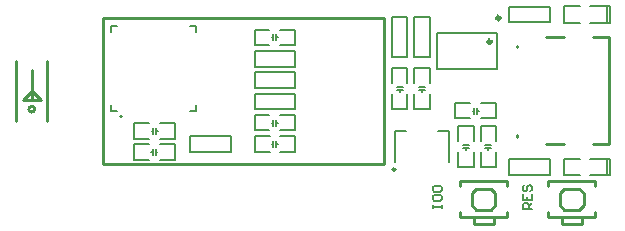
<source format=gto>
G04*
G04 #@! TF.GenerationSoftware,Altium Limited,Altium Designer,21.8.1 (53)*
G04*
G04 Layer_Color=65535*
%FSLAX25Y25*%
%MOIN*%
G70*
G04*
G04 #@! TF.SameCoordinates,17BD96DF-920B-4E40-B81F-192E6F3E527F*
G04*
G04*
G04 #@! TF.FilePolarity,Positive*
G04*
G01*
G75*
%ADD10C,0.00591*%
%ADD11C,0.00984*%
%ADD12C,0.01000*%
%ADD13C,0.01181*%
%ADD14C,0.00600*%
%ADD15C,0.00800*%
%ADD16C,0.00787*%
D10*
X474095Y181117D02*
G03*
X474095Y181117I-295J0D01*
G01*
D11*
X565240Y163411D02*
G03*
X565240Y163411I-492J0D01*
G01*
D12*
X445000Y183499D02*
G03*
X445000Y183499I-1000J0D01*
G01*
X467650Y165091D02*
X561350D01*
X467650Y213909D02*
X561350D01*
X467650Y165091D02*
Y213909D01*
X561350Y165091D02*
Y213909D01*
X615336Y207443D02*
X621406D01*
X631084D02*
X636481D01*
X615311Y171783D02*
X621431D01*
X605674Y204534D02*
Y204683D01*
Y204190D02*
Y204534D01*
Y174317D02*
Y174811D01*
X636481Y171783D02*
Y207443D01*
X631059Y171783D02*
X636481D01*
X616126Y147594D02*
Y149243D01*
X627347Y145232D02*
Y147594D01*
X621568Y156976D02*
X621570D01*
X620063Y155468D02*
X621570Y156976D01*
X620063Y151532D02*
Y155468D01*
Y151532D02*
X621570Y150024D01*
X626430D02*
X627937Y151532D01*
Y155468D01*
X626430Y156976D02*
X627937Y155468D01*
X620653Y145232D02*
Y147594D01*
Y145232D02*
X627347D01*
X621570Y156976D02*
X626430D01*
X621570Y150024D02*
X626430D01*
X616126Y157756D02*
Y159406D01*
X631870Y157760D02*
Y159410D01*
X625370D02*
X631870D01*
X616126Y159406D02*
X625370Y159410D01*
X631874Y147594D02*
Y149243D01*
X616126Y147594D02*
X631874D01*
X586726Y147594D02*
Y149243D01*
X597947Y145232D02*
Y147594D01*
X592168Y156976D02*
X592170D01*
X590663Y155468D02*
X592170Y156976D01*
X590663Y151532D02*
Y155468D01*
Y151532D02*
X592170Y150024D01*
X597029D02*
X598537Y151532D01*
Y155468D01*
X597029Y156976D02*
X598537Y155468D01*
X591254Y145232D02*
Y147594D01*
Y145232D02*
X597947D01*
X592170Y156976D02*
X597029D01*
X592170Y150024D02*
X597029D01*
X586726Y157756D02*
Y159406D01*
X602470Y157760D02*
Y159410D01*
X595970D02*
X602470D01*
X586726Y159406D02*
X595970Y159410D01*
X602474Y147594D02*
Y149243D01*
X586726Y147594D02*
X602474D01*
X441000Y186499D02*
X444000Y189499D01*
X447000Y186499D01*
X441000D02*
X447000D01*
X444000D02*
Y196499D01*
X449118Y179420D02*
X449118Y199498D01*
X438882Y179460D02*
X438882Y199538D01*
D13*
X600122Y213897D02*
G03*
X600122Y213897I-591J0D01*
G01*
X597211Y206028D02*
G03*
X597211Y206028I-591J0D01*
G01*
D14*
X498707Y182942D02*
Y184893D01*
X496755Y182942D02*
X498707D01*
X470548D02*
Y184893D01*
Y182942D02*
X472500D01*
X498707Y209149D02*
Y211101D01*
X496755D02*
X498707D01*
X470548Y209149D02*
Y211101D01*
X472500D01*
X485350Y168300D02*
Y170300D01*
X484350Y168300D02*
Y170300D01*
X483850Y169300D02*
X484350D01*
X485350D02*
X485850D01*
X485450Y175200D02*
Y177200D01*
X484450Y175200D02*
Y177200D01*
X483950Y176200D02*
X484450D01*
X485450D02*
X485950D01*
X525550Y170900D02*
Y172900D01*
X524550Y170900D02*
Y172900D01*
X524050Y171900D02*
X524550D01*
X525550D02*
X526050D01*
X524500Y178000D02*
Y180000D01*
X525500Y178000D02*
Y180000D01*
Y179000D02*
X526000D01*
X524000D02*
X524500D01*
X524525Y206400D02*
Y208400D01*
X525525Y206400D02*
Y208400D01*
Y207400D02*
X526025D01*
X524025D02*
X524525D01*
X573000Y189850D02*
X575000D01*
X573000Y190850D02*
X575000D01*
X574000D02*
Y191350D01*
Y189350D02*
Y189850D01*
X565600D02*
X567600D01*
X565600Y190850D02*
X567600D01*
X566600D02*
Y191350D01*
Y189350D02*
Y189850D01*
X591450Y182000D02*
Y184000D01*
X592450Y182000D02*
Y184000D01*
Y183000D02*
X592950D01*
X590950D02*
X591450D01*
X587800Y171550D02*
X589800D01*
X587800Y170550D02*
X589800D01*
X588800Y170050D02*
Y170550D01*
Y171550D02*
Y172050D01*
X595200Y171550D02*
X597200D01*
X595200Y170550D02*
X597200D01*
X596200Y170050D02*
Y170550D01*
Y171550D02*
Y172050D01*
X579175Y208990D02*
X599066D01*
X579175Y197010D02*
Y208990D01*
Y197010D02*
X599066D01*
Y208990D01*
X577716Y150500D02*
Y151500D01*
Y151000D01*
X580715D01*
Y150500D01*
Y151500D01*
X577716Y154499D02*
Y153499D01*
X578216Y152999D01*
X580216D01*
X580715Y153499D01*
Y154499D01*
X580216Y154999D01*
X578216D01*
X577716Y154499D01*
X578216Y155998D02*
X577716Y156498D01*
Y157498D01*
X578216Y157998D01*
X580216D01*
X580715Y157498D01*
Y156498D01*
X580216Y155998D01*
X578216D01*
X610600Y150200D02*
X607601D01*
Y151699D01*
X608101Y152199D01*
X609100D01*
X609600Y151699D01*
Y150200D01*
Y151200D02*
X610600Y152199D01*
X607601Y155198D02*
Y153199D01*
X610600D01*
Y155198D01*
X609100Y153199D02*
Y154199D01*
X608101Y158197D02*
X607601Y157698D01*
Y156698D01*
X608101Y156198D01*
X608601D01*
X609100Y156698D01*
Y157698D01*
X609600Y158197D01*
X610100D01*
X610600Y157698D01*
Y156698D01*
X610100Y156198D01*
D15*
X478100Y171900D02*
X483050D01*
X478100Y166700D02*
X483050D01*
X486650Y171900D02*
X491600D01*
X486650Y166700D02*
X491600D01*
Y171900D01*
X478100Y166700D02*
Y171900D01*
X478200Y178800D02*
X483150D01*
X478200Y173600D02*
X483150D01*
X486750Y178800D02*
X491700D01*
X486750Y173600D02*
X491700D01*
Y178800D01*
X478200Y173600D02*
Y178800D01*
X518300Y174500D02*
X523250D01*
X518300Y169300D02*
X523250D01*
X526850Y174500D02*
X531800D01*
X526850Y169300D02*
X531800D01*
Y174500D01*
X518300Y169300D02*
Y174500D01*
X496850Y169200D02*
Y174400D01*
X510350D01*
Y169200D02*
Y174400D01*
X496850Y169200D02*
X510350D01*
X526800Y176400D02*
X531750D01*
X526800Y181600D02*
X531750D01*
X518250Y176400D02*
X523200D01*
X518250Y181600D02*
X523200D01*
X518250Y176400D02*
Y181600D01*
X531750Y176400D02*
Y181600D01*
X518300Y183500D02*
Y188700D01*
X531800D01*
Y183500D02*
Y188700D01*
X518300Y183500D02*
X531800D01*
X518275Y190600D02*
Y195800D01*
X531775D01*
Y190600D02*
Y195800D01*
X518275Y190600D02*
X531775D01*
X526825Y204800D02*
X531775D01*
X526825Y210000D02*
X531775D01*
X518275Y204800D02*
X523225D01*
X518275Y210000D02*
X523225D01*
X518275Y204800D02*
Y210000D01*
X531775Y204800D02*
Y210000D01*
X518275Y197700D02*
Y202900D01*
X531775D01*
Y197700D02*
Y202900D01*
X518275Y197700D02*
X531775D01*
X571400Y200850D02*
X576600D01*
X571400D02*
Y214350D01*
X576600D01*
Y200850D02*
Y214350D01*
X564000Y200850D02*
X569200D01*
X564000D02*
Y214350D01*
X569200D01*
Y200850D02*
Y214350D01*
X576600Y192150D02*
Y197100D01*
X571400Y192150D02*
Y197100D01*
X576600Y183600D02*
Y188550D01*
X571400Y183600D02*
Y188550D01*
Y183600D02*
X576600D01*
X571400Y197100D02*
X576600D01*
X569200Y192150D02*
Y197100D01*
X564000Y192150D02*
Y197100D01*
X569200Y183600D02*
Y188550D01*
X564000Y183600D02*
Y188550D01*
Y183600D02*
X569200D01*
X564000Y197100D02*
X569200D01*
X593750Y180400D02*
X598700D01*
X593750Y185600D02*
X598700D01*
X585200Y180400D02*
X590150D01*
X585200Y185600D02*
X590150D01*
X585200Y180400D02*
Y185600D01*
X598700Y180400D02*
Y185600D01*
X586200Y164300D02*
Y169250D01*
X591400Y164300D02*
Y169250D01*
X586200Y172850D02*
Y177800D01*
X591400Y172850D02*
Y177800D01*
X586200D02*
X591400D01*
X586200Y164300D02*
X591400D01*
X593600D02*
Y169250D01*
X598800Y164300D02*
Y169250D01*
X593600Y172850D02*
Y177800D01*
X598800Y172850D02*
Y177800D01*
X593600D02*
X598800D01*
X593600Y164300D02*
X598800D01*
X603100Y161600D02*
Y166800D01*
X616600D01*
Y161600D02*
Y166800D01*
X603100Y161600D02*
X616600D01*
X635600Y161400D02*
X636600D01*
Y167000D01*
X635600D02*
X636600D01*
X630200Y161400D02*
X635500D01*
X635600D02*
Y166800D01*
X630200Y167000D02*
X635600D01*
X621400Y161400D02*
X626800D01*
X621400D02*
Y161600D01*
Y167000D01*
X621500D01*
X626800D01*
X635600Y212200D02*
X636600D01*
Y217800D01*
X635600D02*
X636600D01*
X630200Y212200D02*
X635500D01*
X635600D02*
Y217600D01*
X630200Y217800D02*
X635600D01*
X621400Y212200D02*
X626800D01*
X621400D02*
Y212400D01*
Y217800D01*
X621500D01*
X626800D01*
X603100Y212400D02*
X616600D01*
Y217600D01*
X603100D02*
X616600D01*
X603100Y212400D02*
Y217600D01*
D16*
X579315Y176207D02*
X583055D01*
Y165971D02*
Y176207D01*
X564945D02*
X568685D01*
X564945Y165971D02*
Y176207D01*
M02*

</source>
